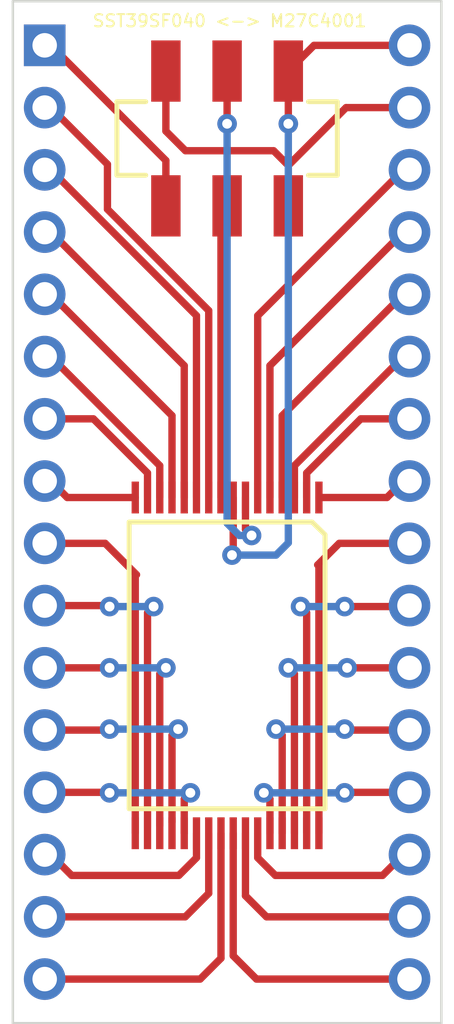
<source format=kicad_pcb>
(kicad_pcb (version 20211014) (generator pcbnew)
  (layers (0 "F.Cu" signal) (31 "B.Cu" signal) (34 "B.Paste" user) (35 "F.Paste" user) (36 "B.SilkS" user "B.Silkscreen") (37 "F.SilkS" user "F.Silkscreen") (38 "B.Mask" user) (39 "F.Mask" user) (44 "Edge.Cuts" user))
  (net 0 "")
  (net 1 "Net-(J1-Pad1)")
  (net 2 "Net-(J1-Pad2)")
  (net 3 "Net-(J1-Pad3)")
  (net 4 "Net-(J1-Pad4)")
  (net 5 "Net-(J1-Pad5)")
  (net 6 "Net-(J1-Pad6)")
  (net 7 "Net-(J1-Pad7)")
  (net 8 "Net-(J1-Pad8)")
  (net 9 "Net-(J1-Pad9)")
  (net 10 "Net-(J1-Pad10)")
  (net 11 "Net-(J1-Pad11)")
  (net 12 "Net-(J1-Pad12)")
  (net 13 "Net-(J1-Pad13)")
  (net 14 "Net-(J1-Pad14)")
  (net 15 "Net-(J1-Pad15)")
  (net 16 "VCC")
  (net 17 "GNDREF")
  (net 18 "Net-(J2-Pad31)")
  (net 19 "Net-(U1-Pad7)")
  (net 20 "Net-(U1-Pad9)")
  (net 21 "Net-(J2-Pad24)")
  (net 22 "Net-(J2-Pad23)")
  (net 23 "Net-(J2-Pad22)")
  (net 24 "Net-(J2-Pad21)")
  (net 25 "Net-(J2-Pad20)")
  (net 26 "Net-(J2-Pad19)")
  (net 27 "Net-(J2-Pad18)")
  (net 28 "Net-(J2-Pad17)")
  (net 29 "Net-(U1-Pad6)")
  (net 30 "Net-(U1-Pad5)")
  (net 31 "Net-(U1-Pad4)")
  (net 32 "Net-(U1-Pad3)")
  (net 33 "Net-(U1-Pad2)")
  (net 34 "Net-(U1-Pad1)")
  (footprint "footprints:JS202011SCQN" (layer "F.Cu") (at 133 63.9)
    (fp_text reference "SW1" hide)
    (fp_text value "SW_DPDT_x2" hide)
    (fp_line (start -4.5 1.5) (end -3.323 1.5) (layer "F.SilkS") (width 0.2))
    (fp_line (start 4.5 1.5) (end 3.323 1.5) (layer "F.SilkS") (width 0.2))
    (fp_line (start -4.5 -1.5) (end -4.5 1.5) (layer "F.SilkS") (width 0.2))
    (fp_line (start -4.5 -1.5) (end -3.323 -1.5) (layer "F.SilkS") (width 0.2))
    (fp_line (start 4.5 -1.5) (end 3.323 -1.5) (layer "F.SilkS") (width 0.2))
    (fp_line (start 4.5 1.5) (end 4.5 -1.5) (layer "F.SilkS") (width 0.2))
    (pad "1" smd rect (at -2.5 -2.75) (size 1.2 2.5) (layers "F.Cu" "F.Paste" "F.Mask") (net 18 "Net-(J2-Pad31)"))
    (pad "2" smd rect (at 0 -2.75) (size 1.2 2.5) (layers "F.Cu" "F.Paste" "F.Mask") (net 19 "Net-(U1-Pad7)"))
    (pad "3" smd rect (at 2.5 -2.75) (size 1.2 2.5) (layers "F.Cu" "F.Paste" "F.Mask") (net 16 "VCC"))
    (pad "4" smd rect (at -2.5 2.75) (size 1.2 2.5) (layers "F.Cu" "F.Paste" "F.Mask") (net 1 "Net-(J1-Pad1)"))
    (pad "5" smd rect (at 0 2.75) (size 1.2 2.5) (layers "F.Cu" "F.Paste" "F.Mask") (net 20 "Net-(U1-Pad9)"))
    (pad "6" smd rect (at 2.5 2.75) (size 1.2 2.5) (layers "F.Cu" "F.Paste" "F.Mask") (net 18 "Net-(J2-Pad31)"))
  )
  (footprint "SST39SF040-45-4I-WHE-T:SOP50P1400X120-32N" (layer "F.Cu") (at 133 85.4 -90)
    (fp_text reference "U1" hide)
    (fp_text value "SST39SF040" hide)
    (fp_line (start 5.85 4) (end -5.85 4) (layer "F.SilkS") (width 0.2))
    (fp_line (start -5.85 4) (end -5.85 -3.47) (layer "F.SilkS") (width 0.2))
    (fp_line (start 5.85 -4) (end 5.85 4) (layer "F.SilkS") (width 0.2))
    (fp_line (start -5.334 -4) (end -5.85 -3.47) (layer "F.SilkS") (width 0.2))
    (fp_line (start -5.334 -4) (end 5.85 -4) (layer "F.SilkS") (width 0.2))
    (pad "1" smd rect (at -6.85 -3.75) (size 0.3 1.3) (layers "F.Cu" "F.Paste" "F.Mask") (net 34 "Net-(U1-Pad1)"))
    (pad "2" smd rect (at -6.85 -3.25) (size 0.3 1.3) (layers "F.Cu" "F.Paste" "F.Mask") (net 33 "Net-(U1-Pad2)"))
    (pad "3" smd rect (at -6.85 -2.75) (size 0.3 1.3) (layers "F.Cu" "F.Paste" "F.Mask") (net 32 "Net-(U1-Pad3)"))
    (pad "4" smd rect (at -6.85 -2.25) (size 0.3 1.3) (layers "F.Cu" "F.Paste" "F.Mask") (net 31 "Net-(U1-Pad4)"))
    (pad "5" smd rect (at -6.85 -1.75) (size 0.3 1.3) (layers "F.Cu" "F.Paste" "F.Mask") (net 30 "Net-(U1-Pad5)"))
    (pad "6" smd rect (at -6.85 -1.25) (size 0.3 1.3) (layers "F.Cu" "F.Paste" "F.Mask") (net 29 "Net-(U1-Pad6)"))
    (pad "7" smd rect (at -6.85 -0.75) (size 0.3 1.3) (layers "F.Cu" "F.Paste" "F.Mask") (net 19 "Net-(U1-Pad7)"))
    (pad "8" smd rect (at -6.85 -0.25) (size 0.3 1.3) (layers "F.Cu" "F.Paste" "F.Mask") (net 16 "VCC"))
    (pad "9" smd rect (at -6.85 0.25) (size 0.3 1.3) (layers "F.Cu" "F.Paste" "F.Mask") (net 20 "Net-(U1-Pad9)"))
    (pad "10" smd rect (at -6.85 0.75) (size 0.3 1.3) (layers "F.Cu" "F.Paste" "F.Mask") (net 2 "Net-(J1-Pad2)"))
    (pad "11" smd rect (at -6.85 1.25) (size 0.3 1.3) (layers "F.Cu" "F.Paste" "F.Mask") (net 3 "Net-(J1-Pad3)"))
    (pad "12" smd rect (at -6.85 1.75) (size 0.3 1.3) (layers "F.Cu" "F.Paste" "F.Mask") (net 4 "Net-(J1-Pad4)"))
    (pad "13" smd rect (at -6.85 2.25) (size 0.3 1.3) (layers "F.Cu" "F.Paste" "F.Mask") (net 5 "Net-(J1-Pad5)"))
    (pad "14" smd rect (at -6.85 2.75) (size 0.3 1.3) (layers "F.Cu" "F.Paste" "F.Mask") (net 6 "Net-(J1-Pad6)"))
    (pad "15" smd rect (at -6.85 3.25) (size 0.3 1.3) (layers "F.Cu" "F.Paste" "F.Mask") (net 7 "Net-(J1-Pad7)"))
    (pad "16" smd rect (at -6.85 3.75) (size 0.3 1.3) (layers "F.Cu" "F.Paste" "F.Mask") (net 8 "Net-(J1-Pad8)"))
    (pad "17" smd rect (at 6.85 3.75) (size 0.3 1.3) (layers "F.Cu" "F.Paste" "F.Mask") (net 9 "Net-(J1-Pad9)"))
    (pad "18" smd rect (at 6.85 3.25) (size 0.3 1.3) (layers "F.Cu" "F.Paste" "F.Mask") (net 10 "Net-(J1-Pad10)"))
    (pad "19" smd rect (at 6.85 2.75) (size 0.3 1.3) (layers "F.Cu" "F.Paste" "F.Mask") (net 11 "Net-(J1-Pad11)"))
    (pad "20" smd rect (at 6.85 2.25) (size 0.3 1.3) (layers "F.Cu" "F.Paste" "F.Mask") (net 12 "Net-(J1-Pad12)"))
    (pad "21" smd rect (at 6.85 1.75) (size 0.3 1.3) (layers "F.Cu" "F.Paste" "F.Mask") (net 13 "Net-(J1-Pad13)"))
    (pad "22" smd rect (at 6.85 1.25) (size 0.3 1.3) (layers "F.Cu" "F.Paste" "F.Mask") (net 14 "Net-(J1-Pad14)"))
    (pad "23" smd rect (at 6.85 0.75) (size 0.3 1.3) (layers "F.Cu" "F.Paste" "F.Mask") (net 15 "Net-(J1-Pad15)"))
    (pad "24" smd rect (at 6.85 0.25) (size 0.3 1.3) (layers "F.Cu" "F.Paste" "F.Mask") (net 17 "GNDREF"))
    (pad "25" smd rect (at 6.85 -0.25) (size 0.3 1.3) (layers "F.Cu" "F.Paste" "F.Mask") (net 28 "Net-(J2-Pad17)"))
    (pad "26" smd rect (at 6.85 -0.75) (size 0.3 1.3) (layers "F.Cu" "F.Paste" "F.Mask") (net 27 "Net-(J2-Pad18)"))
    (pad "27" smd rect (at 6.85 -1.25) (size 0.3 1.3) (layers "F.Cu" "F.Paste" "F.Mask") (net 26 "Net-(J2-Pad19)"))
    (pad "28" smd rect (at 6.85 -1.75) (size 0.3 1.3) (layers "F.Cu" "F.Paste" "F.Mask") (net 25 "Net-(J2-Pad20)"))
    (pad "29" smd rect (at 6.85 -2.25) (size 0.3 1.3) (layers "F.Cu" "F.Paste" "F.Mask") (net 24 "Net-(J2-Pad21)"))
    (pad "30" smd rect (at 6.85 -2.75) (size 0.3 1.3) (layers "F.Cu" "F.Paste" "F.Mask") (net 23 "Net-(J2-Pad22)"))
    (pad "31" smd rect (at 6.85 -3.25) (size 0.3 1.3) (layers "F.Cu" "F.Paste" "F.Mask") (net 22 "Net-(J2-Pad23)"))
    (pad "32" smd rect (at 6.85 -3.75) (size 0.3 1.3) (layers "F.Cu" "F.Paste" "F.Mask") (net 21 "Net-(J2-Pad24)"))
  )
  (footprint "Connector_PinHeader_2.54mm:PinHeader_1x16_P2.54mm_Vertical" (layer "F.Cu") (at 140.45 60.1)
    (fp_text reference "J2" hide)
    (fp_text value "Conn_01x16_Male" hide)
    (pad "17" thru_hole oval (at 0 38.1) (size 1.7 1.7) (drill 1) (layers *.Cu *.Mask) (net 28 "Net-(J2-Pad17)"))
    (pad "18" thru_hole oval (at 0 35.56) (size 1.7 1.7) (drill 1) (layers *.Cu *.Mask) (net 27 "Net-(J2-Pad18)"))
    (pad "19" thru_hole oval (at 0 33.02) (size 1.7 1.7) (drill 1) (layers *.Cu *.Mask) (net 26 "Net-(J2-Pad19)"))
    (pad "20" thru_hole oval (at 0 30.48) (size 1.7 1.7) (drill 1) (layers *.Cu *.Mask) (net 25 "Net-(J2-Pad20)"))
    (pad "21" thru_hole oval (at 0 27.94) (size 1.7 1.7) (drill 1) (layers *.Cu *.Mask) (net 24 "Net-(J2-Pad21)"))
    (pad "22" thru_hole oval (at 0 25.4) (size 1.7 1.7) (drill 1) (layers *.Cu *.Mask) (net 23 "Net-(J2-Pad22)"))
    (pad "23" thru_hole oval (at 0 22.86) (size 1.7 1.7) (drill 1) (layers *.Cu *.Mask) (net 22 "Net-(J2-Pad23)"))
    (pad "24" thru_hole oval (at 0 20.32) (size 1.7 1.7) (drill 1) (layers *.Cu *.Mask) (net 21 "Net-(J2-Pad24)"))
    (pad "25" thru_hole oval (at 0 17.78) (size 1.7 1.7) (drill 1) (layers *.Cu *.Mask) (net 34 "Net-(U1-Pad1)"))
    (pad "26" thru_hole oval (at 0 15.24) (size 1.7 1.7) (drill 1) (layers *.Cu *.Mask) (net 33 "Net-(U1-Pad2)"))
    (pad "27" thru_hole oval (at 0 12.7) (size 1.7 1.7) (drill 1) (layers *.Cu *.Mask) (net 32 "Net-(U1-Pad3)"))
    (pad "28" thru_hole oval (at 0 10.16) (size 1.7 1.7) (drill 1) (layers *.Cu *.Mask) (net 31 "Net-(U1-Pad4)"))
    (pad "29" thru_hole oval (at 0 7.62) (size 1.7 1.7) (drill 1) (layers *.Cu *.Mask) (net 30 "Net-(U1-Pad5)"))
    (pad "30" thru_hole oval (at 0 5.08) (size 1.7 1.7) (drill 1) (layers *.Cu *.Mask) (net 29 "Net-(U1-Pad6)"))
    (pad "31" thru_hole oval (at 0 2.54) (size 1.7 1.7) (drill 1) (layers *.Cu *.Mask) (net 18 "Net-(J2-Pad31)"))
    (pad "32" thru_hole circle (at 0 0) (size 1.7 1.7) (drill 1) (layers *.Cu *.Mask) (net 16 "VCC"))
  )
  (footprint "Connector_PinHeader_2.54mm:PinHeader_1x16_P2.54mm_Vertical" (layer "F.Cu") (at 125.55 60.1)
    (fp_text reference "J1" hide)
    (fp_text value "Conn_01x16_Male" hide)
    (pad "1" thru_hole rect (at 0 0) (size 1.7 1.7) (drill 1) (layers *.Cu *.Mask) (net 1 "Net-(J1-Pad1)"))
    (pad "2" thru_hole oval (at 0 2.54) (size 1.7 1.7) (drill 1) (layers *.Cu *.Mask) (net 2 "Net-(J1-Pad2)"))
    (pad "3" thru_hole oval (at 0 5.08) (size 1.7 1.7) (drill 1) (layers *.Cu *.Mask) (net 3 "Net-(J1-Pad3)"))
    (pad "4" thru_hole oval (at 0 7.62) (size 1.7 1.7) (drill 1) (layers *.Cu *.Mask) (net 4 "Net-(J1-Pad4)"))
    (pad "5" thru_hole oval (at 0 10.16) (size 1.7 1.7) (drill 1) (layers *.Cu *.Mask) (net 5 "Net-(J1-Pad5)"))
    (pad "6" thru_hole oval (at 0 12.7) (size 1.7 1.7) (drill 1) (layers *.Cu *.Mask) (net 6 "Net-(J1-Pad6)"))
    (pad "7" thru_hole oval (at 0 15.24) (size 1.7 1.7) (drill 1) (layers *.Cu *.Mask) (net 7 "Net-(J1-Pad7)"))
    (pad "8" thru_hole oval (at 0 17.78) (size 1.7 1.7) (drill 1) (layers *.Cu *.Mask) (net 8 "Net-(J1-Pad8)"))
    (pad "9" thru_hole oval (at 0 20.32) (size 1.7 1.7) (drill 1) (layers *.Cu *.Mask) (net 9 "Net-(J1-Pad9)"))
    (pad "10" thru_hole oval (at 0 22.86) (size 1.7 1.7) (drill 1) (layers *.Cu *.Mask) (net 10 "Net-(J1-Pad10)"))
    (pad "11" thru_hole oval (at 0 25.4) (size 1.7 1.7) (drill 1) (layers *.Cu *.Mask) (net 11 "Net-(J1-Pad11)"))
    (pad "12" thru_hole oval (at 0 27.94) (size 1.7 1.7) (drill 1) (layers *.Cu *.Mask) (net 12 "Net-(J1-Pad12)"))
    (pad "13" thru_hole oval (at 0 30.48) (size 1.7 1.7) (drill 1) (layers *.Cu *.Mask) (net 13 "Net-(J1-Pad13)"))
    (pad "14" thru_hole oval (at 0 33.02) (size 1.7 1.7) (drill 1) (layers *.Cu *.Mask) (net 14 "Net-(J1-Pad14)"))
    (pad "15" thru_hole oval (at 0 35.56) (size 1.7 1.7) (drill 1) (layers *.Cu *.Mask) (net 15 "Net-(J1-Pad15)"))
    (pad "16" thru_hole oval (at 0 38.1) (size 1.7 1.7) (drill 1) (layers *.Cu *.Mask) (net 17 "GNDREF"))
  )
  (gr_line (start 124.25 100) (end 141.75 100) (layer "Edge.Cuts") (width 0.1))
  (gr_line (start 141.75 100) (end 141.75 58.3) (layer "Edge.Cuts") (width 0.1))
  (gr_line (start 141.75 58.3) (end 124.25 58.3) (layer "Edge.Cuts") (width 0.1))
  (gr_line (start 124.25 58.3) (end 124.25 100) (layer "Edge.Cuts") (width 0.1))
  (gr_text "SST39SF040 <-> M27C4001" (at 133.1 59.1) (layer "F.SilkS") (effects (font (size 0.5 0.5) (thickness 0.08))))
  (segment (start 130.5 64.8) (end 130.5 66.65) (width 0.3) (layer "F.Cu") (net 1))
  (segment (start 125.8 60.1) (end 130.5 64.8) (width 0.3) (layer "F.Cu") (net 1))
  (segment (start 128.113214 66.786786) (end 128.113214 64.953214) (width 0.3) (layer "F.Cu") (net 2))
  (segment (start 132.25 78.55) (end 132.25 70.923573) (width 0.3) (layer "F.Cu") (net 2))
  (segment (start 132.25 70.923573) (end 128.113214 66.786786) (width 0.3) (layer "F.Cu") (net 2))
  (segment (start 128.113214 64.953214) (end 125.8 62.64) (width 0.3) (layer "F.Cu") (net 2))
  (segment (start 131.75 78.55) (end 131.75 71.13) (width 0.3) (layer "F.Cu") (net 3))
  (segment (start 131.75 71.13) (end 125.8 65.18) (width 0.3) (layer "F.Cu") (net 3))
  (segment (start 131.25 73.17) (end 125.8 67.72) (width 0.3) (layer "F.Cu") (net 4))
  (segment (start 131.25 78.55) (end 131.25 73.17) (width 0.3) (layer "F.Cu") (net 4))
  (segment (start 130.75 78.55) (end 130.75 75.21) (width 0.3) (layer "F.Cu") (net 5))
  (segment (start 130.75 75.21) (end 125.8 70.26) (width 0.3) (layer "F.Cu") (net 5))
  (segment (start 130.25 77.25) (end 125.8 72.8) (width 0.3) (layer "F.Cu") (net 6))
  (segment (start 130.25 78.55) (end 130.25 77.25) (width 0.3) (layer "F.Cu") (net 6))
  (segment (start 127.539022 75.34) (end 125.8 75.34) (width 0.3) (layer "F.Cu") (net 7))
  (segment (start 129.75 78.55) (end 129.75 77.550978) (width 0.3) (layer "F.Cu") (net 7))
  (segment (start 129.75 77.550978) (end 127.539022 75.34) (width 0.3) (layer "F.Cu") (net 7))
  (segment (start 126.47 78.55) (end 125.8 77.88) (width 0.3) (layer "F.Cu") (net 8))
  (segment (start 129.25 78.55) (end 126.47 78.55) (width 0.3) (layer "F.Cu") (net 8))
  (segment (start 128.02 80.42) (end 125.8 80.42) (width 0.3) (layer "F.Cu") (net 9))
  (segment (start 129.25 92.25) (end 129.25 81.75) (width 0.3) (layer "F.Cu") (net 9))
  (segment (start 129.25 81.75) (end 129.3 81.7) (width 0.3) (layer "F.Cu") (net 9))
  (segment (start 129.3 81.7) (end 128.02 80.42) (width 0.3) (layer "F.Cu") (net 9))
  (segment (start 129.9995 83) (end 129.750489 83.249011) (width 0.3) (layer "F.Cu") (net 10))
  (segment (start 128.16 82.96) (end 128.2 83) (width 0.3) (layer "F.Cu") (net 10))
  (segment (start 129.750489 83.249011) (end 129.750489 92) (width 0.3) (layer "F.Cu") (net 10))
  (segment (start 125.8 82.96) (end 128.16 82.96) (width 0.3) (layer "F.Cu") (net 10))
  (via (at 129.9995 83) (size 0.8) (drill 0.4) (layers "F.Cu" "B.Cu") (net 10))
  (via (at 128.2 83) (size 0.8) (drill 0.4) (layers "F.Cu" "B.Cu") (net 10))
  (segment (start 128.2 83) (end 129.9995 83) (width 0.3) (layer "B.Cu") (net 10))
  (segment (start 130.250009 85.74998) (end 130.250009 91.949991) (width 0.3) (layer "F.Cu") (net 11))
  (segment (start 130.499989 85.5) (end 130.250009 85.74998) (width 0.3) (layer "F.Cu") (net 11))
  (segment (start 125.8 85.5) (end 128.2 85.5) (width 0.3) (layer "F.Cu") (net 11))
  (via (at 130.499989 85.5) (size 0.8) (drill 0.4) (layers "F.Cu" "B.Cu") (net 11))
  (via (at 128.2 85.5) (size 0.8) (drill 0.4) (layers "F.Cu" "B.Cu") (net 11))
  (segment (start 128.2 85.5) (end 130.499989 85.5) (width 0.3) (layer "B.Cu") (net 11))
  (segment (start 130.999509 88) (end 130.750489 88.24902) (width 0.3) (layer "F.Cu") (net 12))
  (segment (start 128.16 88.04) (end 128.2 88) (width 0.3) (layer "F.Cu") (net 12))
  (segment (start 125.8 88.04) (end 128.16 88.04) (width 0.3) (layer "F.Cu") (net 12))
  (segment (start 130.750489 88.24902) (end 130.750489 91.8) (width 0.3) (layer "F.Cu") (net 12))
  (via (at 130.999509 88) (size 0.8) (drill 0.4) (layers "F.Cu" "B.Cu") (net 12))
  (via (at 128.2 88) (size 0.8) (drill 0.4) (layers "F.Cu" "B.Cu") (net 12))
  (segment (start 128.2 88) (end 130.999509 88) (width 0.3) (layer "B.Cu") (net 12))
  (segment (start 131.25 92.25) (end 131.25 90.849989) (width 0.3) (layer "F.Cu") (net 13))
  (segment (start 131.25 90.849989) (end 131.499989 90.6) (width 0.3) (layer "F.Cu") (net 13))
  (segment (start 128.18 90.58) (end 128.2 90.6) (width 0.3) (layer "F.Cu") (net 13))
  (segment (start 125.8 90.58) (end 128.18 90.58) (width 0.3) (layer "F.Cu") (net 13))
  (via (at 128.2 90.6) (size 0.8) (drill 0.4) (layers "F.Cu" "B.Cu") (net 13))
  (via (at 131.499989 90.6) (size 0.8) (drill 0.4) (layers "F.Cu" "B.Cu") (net 13))
  (segment (start 128.2 90.6) (end 131.499989 90.6) (width 0.3) (layer "B.Cu") (net 13))
  (segment (start 131.75 93.249022) (end 131.029022 93.97) (width 0.3) (layer "F.Cu") (net 14))
  (segment (start 126.65 93.97) (end 125.8 93.12) (width 0.3) (layer "F.Cu") (net 14))
  (segment (start 131.75 92.25) (end 131.75 93.249022) (width 0.3) (layer "F.Cu") (net 14))
  (segment (start 131.029022 93.97) (end 126.65 93.97) (width 0.3) (layer "F.Cu") (net 14))
  (segment (start 125.8 95.66) (end 131.29048 95.66) (width 0.3) (layer "F.Cu") (net 15))
  (segment (start 131.29048 95.66) (end 132.25048 94.7) (width 0.3) (layer "F.Cu") (net 15))
  (segment (start 132.25048 94.7) (end 132.25 94.69952) (width 0.3) (layer "F.Cu") (net 15))
  (segment (start 132.25 94.69952) (end 132.25 92.25) (width 0.3) (layer "F.Cu") (net 15))
  (segment (start 136.55 60.1) (end 135.5 61.15) (width 0.3) (layer "F.Cu") (net 16))
  (segment (start 133.25 78.55) (end 133.25 80.85) (width 0.3) (layer "F.Cu") (net 16))
  (segment (start 140.2 60.1) (end 136.55 60.1) (width 0.3) (layer "F.Cu") (net 16))
  (segment (start 135.5 61.15) (end 135.5 63.3) (width 0.3) (layer "F.Cu") (net 16))
  (segment (start 133.25 80.85) (end 133.2 80.9) (width 0.3) (layer "F.Cu") (net 16))
  (via (at 133.2 80.9) (size 0.8) (drill 0.4) (layers "F.Cu" "B.Cu") (net 16))
  (via (at 135.5 63.3) (size 0.8) (drill 0.4) (layers "F.Cu" "B.Cu") (net 16))
  (segment (start 133.2 80.9) (end 135 80.9) (width 0.3) (layer "B.Cu") (net 16))
  (segment (start 135.5 80.4) (end 135.5 63.3) (width 0.3) (layer "B.Cu") (net 16))
  (segment (start 135 80.9) (end 135.5 80.4) (width 0.3) (layer "B.Cu") (net 16))
  (segment (start 131.9 98.2) (end 125.8 98.2) (width 0.3) (layer "F.Cu") (net 17))
  (segment (start 132.75 92.25) (end 132.75 97.35) (width 0.3) (layer "F.Cu") (net 17))
  (segment (start 132.75 97.35) (end 131.9 98.2) (width 0.3) (layer "F.Cu") (net 17))
  (segment (start 137.86 62.64) (end 135.5 65) (width 0.3) (layer "F.Cu") (net 18))
  (segment (start 131.3 64.4) (end 134.9 64.4) (width 0.3) (layer "F.Cu") (net 18))
  (segment (start 135.5 65) (end 135.5 66.65) (width 0.3) (layer "F.Cu") (net 18))
  (segment (start 130.5 61.15) (end 130.5 63.6) (width 0.3) (layer "F.Cu") (net 18))
  (segment (start 134.9 64.4) (end 135.5 65) (width 0.3) (layer "F.Cu") (net 18))
  (segment (start 140.2 62.64) (end 137.86 62.64) (width 0.3) (layer "F.Cu") (net 18))
  (segment (start 130.5 63.6) (end 131.3 64.4) (width 0.3) (layer "F.Cu") (net 18))
  (segment (start 133.75 78.55) (end 133.75 79.8505) (width 0.3) (layer "F.Cu") (net 19))
  (segment (start 133.75 79.8505) (end 133.9995 80.1) (width 0.3) (layer "F.Cu") (net 19))
  (segment (start 133 61.15) (end 133 63.3) (width 0.3) (layer "F.Cu") (net 19))
  (via (at 133.9995 80.1) (size 0.8) (drill 0.4) (layers "F.Cu" "B.Cu") (net 19))
  (via (at 133 63.3) (size 0.8) (drill 0.4) (layers "F.Cu" "B.Cu") (net 19))
  (segment (start 133.9995 80.1) (end 133.5 80.1) (width 0.3) (layer "B.Cu") (net 19))
  (segment (start 133.5 80.1) (end 133 79.6) (width 0.3) (layer "B.Cu") (net 19))
  (segment (start 133 79.6) (end 133 63.3) (width 0.3) (layer "B.Cu") (net 19))
  (segment (start 133 66.65) (end 132.75 66.9) (width 0.3) (layer "F.Cu") (net 20))
  (segment (start 132.75 66.9) (end 132.75 78.55) (width 0.3) (layer "F.Cu") (net 20))
  (segment (start 137.58 80.42) (end 136.7 81.3) (width 0.3) (layer "F.Cu") (net 21))
  (segment (start 136.75 81.35) (end 136.75 92.25) (width 0.3) (layer "F.Cu") (net 21))
  (segment (start 136.7 81.3) (end 136.75 81.35) (width 0.3) (layer "F.Cu") (net 21))
  (segment (start 140.2 80.42) (end 137.58 80.42) (width 0.3) (layer "F.Cu") (net 21))
  (segment (start 137.8 83) (end 140.16 83) (width 0.3) (layer "F.Cu") (net 22))
  (segment (start 140.16 83) (end 140.2 82.96) (width 0.3) (layer "F.Cu") (net 22))
  (segment (start 136.25 83.2495) (end 136.0005 83) (width 0.3) (layer "F.Cu") (net 22))
  (segment (start 136.25 92.25) (end 136.25 83.2495) (width 0.3) (layer "F.Cu") (net 22))
  (via (at 136.0005 83) (size 0.8) (drill 0.4) (layers "F.Cu" "B.Cu") (net 22))
  (via (at 137.8 83) (size 0.8) (drill 0.4) (layers "F.Cu" "B.Cu") (net 22))
  (segment (start 136.0005 83) (end 137.8 83) (width 0.3) (layer "B.Cu") (net 22))
  (segment (start 140.2 85.5) (end 137.9 85.5) (width 0.3) (layer "F.Cu") (net 23))
  (segment (start 135.5005 85.5) (end 135.75 85.7495) (width 0.3) (layer "F.Cu") (net 23))
  (segment (start 135.75 85.7495) (end 135.75 92.25) (width 0.3) (layer "F.Cu") (net 23))
  (via (at 135.5005 85.5) (size 0.8) (drill 0.4) (layers "F.Cu" "B.Cu") (net 23))
  (via (at 137.9 85.5) (size 0.8) (drill 0.4) (layers "F.Cu" "B.Cu") (net 23))
  (segment (start 137.9 85.5) (end 135.5005 85.5) (width 0.3) (layer "B.Cu") (net 23))
  (segment (start 137.84 88.04) (end 137.8 88) (width 0.3) (layer "F.Cu") (net 24))
  (segment (start 140.2 88.04) (end 137.84 88.04) (width 0.3) (layer "F.Cu") (net 24))
  (segment (start 135.25 88.25) (end 135 88) (width 0.3) (layer "F.Cu") (net 24))
  (segment (start 135.25 92.25) (end 135.25 88.25) (width 0.3) (layer "F.Cu") (net 24))
  (via (at 135 88) (size 0.8) (drill 0.4) (layers "F.Cu" "B.Cu") (net 24))
  (via (at 137.8 88) (size 0.8) (drill 0.4) (layers "F.Cu" "B.Cu") (net 24))
  (segment (start 135 88) (end 137.8 88) (width 0.3) (layer "B.Cu") (net 24))
  (segment (start 140.2 90.58) (end 137.82 90.58) (width 0.3) (layer "F.Cu") (net 25))
  (segment (start 134.75 92.25) (end 134.75 90.8495) (width 0.3) (layer "F.Cu") (net 25))
  (segment (start 134.75 90.8495) (end 134.5005 90.6) (width 0.3) (layer "F.Cu") (net 25))
  (segment (start 137.82 90.58) (end 137.8 90.6) (width 0.3) (layer "F.Cu") (net 25))
  (via (at 137.8 90.6) (size 0.8) (drill 0.4) (layers "F.Cu" "B.Cu") (net 25))
  (via (at 134.5005 90.6) (size 0.8) (drill 0.4) (layers "F.Cu" "B.Cu") (net 25))
  (segment (start 134.5005 90.6) (end 137.8 90.6) (width 0.3) (layer "B.Cu") (net 25))
  (segment (start 134.25 93.249022) (end 134.970978 93.97) (width 0.3) (layer "F.Cu") (net 26))
  (segment (start 134.25 92.25) (end 134.25 93.249022) (width 0.3) (layer "F.Cu") (net 26))
  (segment (start 139.35 93.97) (end 140.2 93.12) (width 0.3) (layer "F.Cu") (net 26))
  (segment (start 134.970978 93.97) (end 139.35 93.97) (width 0.3) (layer "F.Cu") (net 26))
  (segment (start 134.60952 95.66) (end 133.74952 94.8) (width 0.3) (layer "F.Cu") (net 27))
  (segment (start 140.2 95.66) (end 134.60952 95.66) (width 0.3) (layer "F.Cu") (net 27))
  (segment (start 133.74952 94.8) (end 133.75 94.79952) (width 0.3) (layer "F.Cu") (net 27))
  (segment (start 133.75 94.79952) (end 133.75 92.25) (width 0.3) (layer "F.Cu") (net 27))
  (segment (start 134.2 98.2) (end 140.2 98.2) (width 0.3) (layer "F.Cu") (net 28))
  (segment (start 133.25 92.25) (end 133.25 97.25) (width 0.3) (layer "F.Cu") (net 28))
  (segment (start 133.25 97.25) (end 134.2 98.2) (width 0.3) (layer "F.Cu") (net 28))
  (segment (start 134.25 71.13) (end 140.2 65.18) (width 0.3) (layer "F.Cu") (net 29))
  (segment (start 134.25 78.55) (end 134.25 71.13) (width 0.3) (layer "F.Cu") (net 29))
  (segment (start 134.75 78.55) (end 134.75 73.17) (width 0.3) (layer "F.Cu") (net 30))
  (segment (start 134.75 73.17) (end 140.2 67.72) (width 0.3) (layer "F.Cu") (net 30))
  (segment (start 135.25 75.21) (end 140.2 70.26) (width 0.3) (layer "F.Cu") (net 31))
  (segment (start 135.25 78.55) (end 135.25 75.21) (width 0.3) (layer "F.Cu") (net 31))
  (segment (start 135.75 78.55) (end 135.75 77.25) (width 0.3) (layer "F.Cu") (net 32))
  (segment (start 135.75 77.25) (end 140.2 72.8) (width 0.3) (layer "F.Cu") (net 32))
  (segment (start 136.25 78.55) (end 136.25 77.550978) (width 0.3) (layer "F.Cu") (net 33))
  (segment (start 138.460978 75.34) (end 140.2 75.34) (width 0.3) (layer "F.Cu") (net 33))
  (segment (start 136.25 77.550978) (end 138.460978 75.34) (width 0.3) (layer "F.Cu") (net 33))
  (segment (start 136.75 78.55) (end 139.53 78.55) (width 0.3) (layer "F.Cu") (net 34))
  (segment (start 139.53 78.55) (end 140.2 77.88) (width 0.3) (layer "F.Cu") (net 34))
)
</source>
